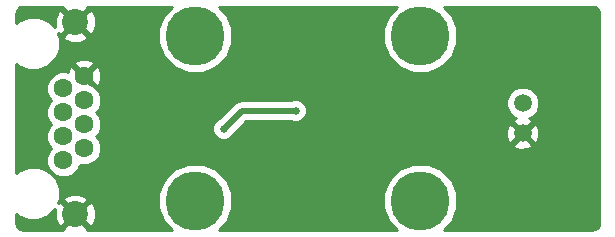
<source format=gbr>
G04 #@! TF.FileFunction,Copper,L2,Bot,Signal*
%FSLAX46Y46*%
G04 Gerber Fmt 4.6, Leading zero omitted, Abs format (unit mm)*
G04 Created by KiCad (PCBNEW 4.0.7) date 06/27/18 15:59:39*
%MOMM*%
%LPD*%
G01*
G04 APERTURE LIST*
%ADD10C,0.150000*%
%ADD11C,2.200000*%
%ADD12C,1.600000*%
%ADD13C,1.500000*%
%ADD14C,5.000000*%
%ADD15C,0.660400*%
%ADD16C,0.508000*%
%ADD17C,0.254000*%
G04 APERTURE END LIST*
D10*
D11*
X31112000Y-27430000D03*
X31112000Y-43690000D03*
D12*
X30092000Y-35060000D03*
X30092000Y-37090000D03*
X31872000Y-34030000D03*
X31872000Y-36060000D03*
X31872000Y-32000000D03*
X30092000Y-33030000D03*
X31872000Y-38090000D03*
X30092000Y-39120000D03*
D13*
X68993000Y-34290000D03*
X68993000Y-36830000D03*
D14*
X41275000Y-28575000D03*
X41275000Y-42545000D03*
X60325000Y-28575000D03*
X60325000Y-42545000D03*
D15*
X40386000Y-34036000D03*
X50292000Y-41021000D03*
X50800000Y-38481000D03*
X52070000Y-40767000D03*
X49784000Y-36957000D03*
X49784000Y-34925000D03*
X43688000Y-36449000D03*
D16*
X45212000Y-34925000D02*
X49784000Y-34925000D01*
X43688000Y-36449000D02*
X45212000Y-34925000D01*
D17*
G36*
X30066737Y-26205132D02*
X31112000Y-27250395D01*
X32157263Y-26205132D01*
X32119206Y-26110000D01*
X39306873Y-26110000D01*
X38618826Y-26796847D01*
X38140546Y-27948674D01*
X38139457Y-29195854D01*
X38615727Y-30348515D01*
X39496847Y-31231174D01*
X40648674Y-31709454D01*
X41895854Y-31710543D01*
X43048515Y-31234273D01*
X43931174Y-30353153D01*
X44409454Y-29201326D01*
X44410543Y-27954146D01*
X43934273Y-26801485D01*
X43243994Y-26110000D01*
X58356873Y-26110000D01*
X57668826Y-26796847D01*
X57190546Y-27948674D01*
X57189457Y-29195854D01*
X57665727Y-30348515D01*
X58546847Y-31231174D01*
X59698674Y-31709454D01*
X60945854Y-31710543D01*
X62098515Y-31234273D01*
X62981174Y-30353153D01*
X63459454Y-29201326D01*
X63460543Y-27954146D01*
X62984273Y-26801485D01*
X62293994Y-26110000D01*
X74860070Y-26110000D01*
X75138979Y-26165478D01*
X75316145Y-26283856D01*
X75434521Y-26461019D01*
X75490000Y-26739931D01*
X75490000Y-44380069D01*
X75434521Y-44658981D01*
X75316145Y-44836144D01*
X75138979Y-44954522D01*
X74860070Y-45010000D01*
X62293127Y-45010000D01*
X62981174Y-44323153D01*
X63459454Y-43171326D01*
X63460543Y-41924146D01*
X62984273Y-40771485D01*
X62103153Y-39888826D01*
X60951326Y-39410546D01*
X59704146Y-39409457D01*
X58551485Y-39885727D01*
X57668826Y-40766847D01*
X57190546Y-41918674D01*
X57189457Y-43165854D01*
X57665727Y-44318515D01*
X58356006Y-45010000D01*
X43243127Y-45010000D01*
X43931174Y-44323153D01*
X44409454Y-43171326D01*
X44410543Y-41924146D01*
X43934273Y-40771485D01*
X43053153Y-39888826D01*
X41901326Y-39410546D01*
X40654146Y-39409457D01*
X39501485Y-39885727D01*
X38618826Y-40766847D01*
X38140546Y-41918674D01*
X38139457Y-43165854D01*
X38615727Y-44318515D01*
X39306006Y-45010000D01*
X32119206Y-45010000D01*
X32157263Y-44914868D01*
X31112000Y-43869605D01*
X30066737Y-44914868D01*
X30104794Y-45010000D01*
X26739931Y-45010000D01*
X26461019Y-44954521D01*
X26283856Y-44836145D01*
X26165478Y-44658979D01*
X26110000Y-44380070D01*
X26110000Y-43664397D01*
X26270141Y-43824818D01*
X27100486Y-44169607D01*
X27999570Y-44170391D01*
X28830515Y-43827052D01*
X29432900Y-43225717D01*
X29366677Y-43401593D01*
X29389164Y-44091453D01*
X29609901Y-44624359D01*
X29887132Y-44735263D01*
X30932395Y-43690000D01*
X31291605Y-43690000D01*
X32336868Y-44735263D01*
X32614099Y-44624359D01*
X32857323Y-43978407D01*
X32834836Y-43288547D01*
X32614099Y-42755641D01*
X32336868Y-42644737D01*
X31291605Y-43690000D01*
X30932395Y-43690000D01*
X29887132Y-42644737D01*
X29655531Y-42737387D01*
X29768581Y-42465132D01*
X30066737Y-42465132D01*
X31112000Y-43510395D01*
X32157263Y-42465132D01*
X32046359Y-42187901D01*
X31400407Y-41944677D01*
X30710547Y-41967164D01*
X30177641Y-42187901D01*
X30066737Y-42465132D01*
X29768581Y-42465132D01*
X29811607Y-42361514D01*
X29812391Y-41462430D01*
X29469052Y-40631485D01*
X28833859Y-39995182D01*
X28003514Y-39650393D01*
X27104430Y-39649609D01*
X26273485Y-39992948D01*
X26110000Y-40156148D01*
X26110000Y-33314187D01*
X28656752Y-33314187D01*
X28874757Y-33841800D01*
X29077603Y-34045001D01*
X28876176Y-34246077D01*
X28657250Y-34773309D01*
X28656752Y-35344187D01*
X28874757Y-35871800D01*
X29077603Y-36075001D01*
X28876176Y-36276077D01*
X28657250Y-36803309D01*
X28656752Y-37374187D01*
X28874757Y-37901800D01*
X29077603Y-38105001D01*
X28876176Y-38306077D01*
X28657250Y-38833309D01*
X28656752Y-39404187D01*
X28874757Y-39931800D01*
X29278077Y-40335824D01*
X29805309Y-40554750D01*
X30376187Y-40555248D01*
X30903800Y-40337243D01*
X31307824Y-39933923D01*
X31493549Y-39486648D01*
X31585309Y-39524750D01*
X32156187Y-39525248D01*
X32683800Y-39307243D01*
X33087824Y-38903923D01*
X33306750Y-38376691D01*
X33307248Y-37805813D01*
X33305473Y-37801517D01*
X68201088Y-37801517D01*
X68269077Y-38042460D01*
X68788171Y-38227201D01*
X69338448Y-38199230D01*
X69716923Y-38042460D01*
X69784912Y-37801517D01*
X68993000Y-37009605D01*
X68201088Y-37801517D01*
X33305473Y-37801517D01*
X33089243Y-37278200D01*
X32886397Y-37074999D01*
X33087824Y-36873923D01*
X33184895Y-36640148D01*
X42722633Y-36640148D01*
X42869266Y-36995027D01*
X43140544Y-37266779D01*
X43495168Y-37414032D01*
X43879148Y-37414367D01*
X44234027Y-37267734D01*
X44505779Y-36996456D01*
X44582468Y-36811768D01*
X44769065Y-36625171D01*
X67595799Y-36625171D01*
X67623770Y-37175448D01*
X67780540Y-37553923D01*
X68021483Y-37621912D01*
X68813395Y-36830000D01*
X69172605Y-36830000D01*
X69964517Y-37621912D01*
X70205460Y-37553923D01*
X70390201Y-37034829D01*
X70362230Y-36484552D01*
X70205460Y-36106077D01*
X69964517Y-36038088D01*
X69172605Y-36830000D01*
X68813395Y-36830000D01*
X68021483Y-36038088D01*
X67780540Y-36106077D01*
X67595799Y-36625171D01*
X44769065Y-36625171D01*
X45580236Y-35814000D01*
X49408063Y-35814000D01*
X49591168Y-35890032D01*
X49975148Y-35890367D01*
X50330027Y-35743734D01*
X50601779Y-35472456D01*
X50749032Y-35117832D01*
X50749367Y-34733852D01*
X50679304Y-34564285D01*
X67607760Y-34564285D01*
X67818169Y-35073515D01*
X68207436Y-35463461D01*
X68423979Y-35553377D01*
X68269077Y-35617540D01*
X68201088Y-35858483D01*
X68993000Y-36650395D01*
X69784912Y-35858483D01*
X69716923Y-35617540D01*
X69550379Y-35558268D01*
X69776515Y-35464831D01*
X70166461Y-35075564D01*
X70377759Y-34566702D01*
X70378240Y-34015715D01*
X70167831Y-33506485D01*
X69778564Y-33116539D01*
X69269702Y-32905241D01*
X68718715Y-32904760D01*
X68209485Y-33115169D01*
X67819539Y-33504436D01*
X67608241Y-34013298D01*
X67607760Y-34564285D01*
X50679304Y-34564285D01*
X50602734Y-34378973D01*
X50331456Y-34107221D01*
X49976832Y-33959968D01*
X49592852Y-33959633D01*
X49408030Y-34036000D01*
X45212000Y-34036000D01*
X44871794Y-34103671D01*
X44583382Y-34296382D01*
X43325210Y-35554554D01*
X43141973Y-35630266D01*
X42870221Y-35901544D01*
X42722968Y-36256168D01*
X42722633Y-36640148D01*
X33184895Y-36640148D01*
X33306750Y-36346691D01*
X33307248Y-35775813D01*
X33089243Y-35248200D01*
X32886397Y-35044999D01*
X33087824Y-34843923D01*
X33306750Y-34316691D01*
X33307248Y-33745813D01*
X33089243Y-33218200D01*
X32685923Y-32814176D01*
X32379213Y-32686819D01*
X31872000Y-32179605D01*
X31857858Y-32193748D01*
X31678253Y-32014143D01*
X31692395Y-32000000D01*
X32051605Y-32000000D01*
X32879745Y-32828139D01*
X33125864Y-32754005D01*
X33318965Y-32216777D01*
X33291778Y-31646546D01*
X33125864Y-31245995D01*
X32879745Y-31171861D01*
X32051605Y-32000000D01*
X31692395Y-32000000D01*
X30864255Y-31171861D01*
X30618136Y-31245995D01*
X30477807Y-31636406D01*
X30378691Y-31595250D01*
X29807813Y-31594752D01*
X29280200Y-31812757D01*
X28876176Y-32216077D01*
X28657250Y-32743309D01*
X28656752Y-33314187D01*
X26110000Y-33314187D01*
X26110000Y-30964397D01*
X26270141Y-31124818D01*
X27100486Y-31469607D01*
X27999570Y-31470391D01*
X28830515Y-31127052D01*
X28965547Y-30992255D01*
X31043861Y-30992255D01*
X31872000Y-31820395D01*
X32700139Y-30992255D01*
X32626005Y-30746136D01*
X32088777Y-30553035D01*
X31518546Y-30580222D01*
X31117995Y-30746136D01*
X31043861Y-30992255D01*
X28965547Y-30992255D01*
X29466818Y-30491859D01*
X29811607Y-29661514D01*
X29812391Y-28762430D01*
X29767948Y-28654868D01*
X30066737Y-28654868D01*
X30177641Y-28932099D01*
X30823593Y-29175323D01*
X31513453Y-29152836D01*
X32046359Y-28932099D01*
X32157263Y-28654868D01*
X31112000Y-27609605D01*
X30066737Y-28654868D01*
X29767948Y-28654868D01*
X29655439Y-28382576D01*
X29887132Y-28475263D01*
X30932395Y-27430000D01*
X31291605Y-27430000D01*
X32336868Y-28475263D01*
X32614099Y-28364359D01*
X32857323Y-27718407D01*
X32834836Y-27028547D01*
X32614099Y-26495641D01*
X32336868Y-26384737D01*
X31291605Y-27430000D01*
X30932395Y-27430000D01*
X29887132Y-26384737D01*
X29609901Y-26495641D01*
X29366677Y-27141593D01*
X29389164Y-27831453D01*
X29403327Y-27865645D01*
X28833859Y-27295182D01*
X28003514Y-26950393D01*
X27104430Y-26949609D01*
X26273485Y-27292948D01*
X26110000Y-27456148D01*
X26110000Y-26739930D01*
X26165478Y-26461021D01*
X26283856Y-26283855D01*
X26461019Y-26165479D01*
X26739931Y-26110000D01*
X30104794Y-26110000D01*
X30066737Y-26205132D01*
X30066737Y-26205132D01*
G37*
X30066737Y-26205132D02*
X31112000Y-27250395D01*
X32157263Y-26205132D01*
X32119206Y-26110000D01*
X39306873Y-26110000D01*
X38618826Y-26796847D01*
X38140546Y-27948674D01*
X38139457Y-29195854D01*
X38615727Y-30348515D01*
X39496847Y-31231174D01*
X40648674Y-31709454D01*
X41895854Y-31710543D01*
X43048515Y-31234273D01*
X43931174Y-30353153D01*
X44409454Y-29201326D01*
X44410543Y-27954146D01*
X43934273Y-26801485D01*
X43243994Y-26110000D01*
X58356873Y-26110000D01*
X57668826Y-26796847D01*
X57190546Y-27948674D01*
X57189457Y-29195854D01*
X57665727Y-30348515D01*
X58546847Y-31231174D01*
X59698674Y-31709454D01*
X60945854Y-31710543D01*
X62098515Y-31234273D01*
X62981174Y-30353153D01*
X63459454Y-29201326D01*
X63460543Y-27954146D01*
X62984273Y-26801485D01*
X62293994Y-26110000D01*
X74860070Y-26110000D01*
X75138979Y-26165478D01*
X75316145Y-26283856D01*
X75434521Y-26461019D01*
X75490000Y-26739931D01*
X75490000Y-44380069D01*
X75434521Y-44658981D01*
X75316145Y-44836144D01*
X75138979Y-44954522D01*
X74860070Y-45010000D01*
X62293127Y-45010000D01*
X62981174Y-44323153D01*
X63459454Y-43171326D01*
X63460543Y-41924146D01*
X62984273Y-40771485D01*
X62103153Y-39888826D01*
X60951326Y-39410546D01*
X59704146Y-39409457D01*
X58551485Y-39885727D01*
X57668826Y-40766847D01*
X57190546Y-41918674D01*
X57189457Y-43165854D01*
X57665727Y-44318515D01*
X58356006Y-45010000D01*
X43243127Y-45010000D01*
X43931174Y-44323153D01*
X44409454Y-43171326D01*
X44410543Y-41924146D01*
X43934273Y-40771485D01*
X43053153Y-39888826D01*
X41901326Y-39410546D01*
X40654146Y-39409457D01*
X39501485Y-39885727D01*
X38618826Y-40766847D01*
X38140546Y-41918674D01*
X38139457Y-43165854D01*
X38615727Y-44318515D01*
X39306006Y-45010000D01*
X32119206Y-45010000D01*
X32157263Y-44914868D01*
X31112000Y-43869605D01*
X30066737Y-44914868D01*
X30104794Y-45010000D01*
X26739931Y-45010000D01*
X26461019Y-44954521D01*
X26283856Y-44836145D01*
X26165478Y-44658979D01*
X26110000Y-44380070D01*
X26110000Y-43664397D01*
X26270141Y-43824818D01*
X27100486Y-44169607D01*
X27999570Y-44170391D01*
X28830515Y-43827052D01*
X29432900Y-43225717D01*
X29366677Y-43401593D01*
X29389164Y-44091453D01*
X29609901Y-44624359D01*
X29887132Y-44735263D01*
X30932395Y-43690000D01*
X31291605Y-43690000D01*
X32336868Y-44735263D01*
X32614099Y-44624359D01*
X32857323Y-43978407D01*
X32834836Y-43288547D01*
X32614099Y-42755641D01*
X32336868Y-42644737D01*
X31291605Y-43690000D01*
X30932395Y-43690000D01*
X29887132Y-42644737D01*
X29655531Y-42737387D01*
X29768581Y-42465132D01*
X30066737Y-42465132D01*
X31112000Y-43510395D01*
X32157263Y-42465132D01*
X32046359Y-42187901D01*
X31400407Y-41944677D01*
X30710547Y-41967164D01*
X30177641Y-42187901D01*
X30066737Y-42465132D01*
X29768581Y-42465132D01*
X29811607Y-42361514D01*
X29812391Y-41462430D01*
X29469052Y-40631485D01*
X28833859Y-39995182D01*
X28003514Y-39650393D01*
X27104430Y-39649609D01*
X26273485Y-39992948D01*
X26110000Y-40156148D01*
X26110000Y-33314187D01*
X28656752Y-33314187D01*
X28874757Y-33841800D01*
X29077603Y-34045001D01*
X28876176Y-34246077D01*
X28657250Y-34773309D01*
X28656752Y-35344187D01*
X28874757Y-35871800D01*
X29077603Y-36075001D01*
X28876176Y-36276077D01*
X28657250Y-36803309D01*
X28656752Y-37374187D01*
X28874757Y-37901800D01*
X29077603Y-38105001D01*
X28876176Y-38306077D01*
X28657250Y-38833309D01*
X28656752Y-39404187D01*
X28874757Y-39931800D01*
X29278077Y-40335824D01*
X29805309Y-40554750D01*
X30376187Y-40555248D01*
X30903800Y-40337243D01*
X31307824Y-39933923D01*
X31493549Y-39486648D01*
X31585309Y-39524750D01*
X32156187Y-39525248D01*
X32683800Y-39307243D01*
X33087824Y-38903923D01*
X33306750Y-38376691D01*
X33307248Y-37805813D01*
X33305473Y-37801517D01*
X68201088Y-37801517D01*
X68269077Y-38042460D01*
X68788171Y-38227201D01*
X69338448Y-38199230D01*
X69716923Y-38042460D01*
X69784912Y-37801517D01*
X68993000Y-37009605D01*
X68201088Y-37801517D01*
X33305473Y-37801517D01*
X33089243Y-37278200D01*
X32886397Y-37074999D01*
X33087824Y-36873923D01*
X33184895Y-36640148D01*
X42722633Y-36640148D01*
X42869266Y-36995027D01*
X43140544Y-37266779D01*
X43495168Y-37414032D01*
X43879148Y-37414367D01*
X44234027Y-37267734D01*
X44505779Y-36996456D01*
X44582468Y-36811768D01*
X44769065Y-36625171D01*
X67595799Y-36625171D01*
X67623770Y-37175448D01*
X67780540Y-37553923D01*
X68021483Y-37621912D01*
X68813395Y-36830000D01*
X69172605Y-36830000D01*
X69964517Y-37621912D01*
X70205460Y-37553923D01*
X70390201Y-37034829D01*
X70362230Y-36484552D01*
X70205460Y-36106077D01*
X69964517Y-36038088D01*
X69172605Y-36830000D01*
X68813395Y-36830000D01*
X68021483Y-36038088D01*
X67780540Y-36106077D01*
X67595799Y-36625171D01*
X44769065Y-36625171D01*
X45580236Y-35814000D01*
X49408063Y-35814000D01*
X49591168Y-35890032D01*
X49975148Y-35890367D01*
X50330027Y-35743734D01*
X50601779Y-35472456D01*
X50749032Y-35117832D01*
X50749367Y-34733852D01*
X50679304Y-34564285D01*
X67607760Y-34564285D01*
X67818169Y-35073515D01*
X68207436Y-35463461D01*
X68423979Y-35553377D01*
X68269077Y-35617540D01*
X68201088Y-35858483D01*
X68993000Y-36650395D01*
X69784912Y-35858483D01*
X69716923Y-35617540D01*
X69550379Y-35558268D01*
X69776515Y-35464831D01*
X70166461Y-35075564D01*
X70377759Y-34566702D01*
X70378240Y-34015715D01*
X70167831Y-33506485D01*
X69778564Y-33116539D01*
X69269702Y-32905241D01*
X68718715Y-32904760D01*
X68209485Y-33115169D01*
X67819539Y-33504436D01*
X67608241Y-34013298D01*
X67607760Y-34564285D01*
X50679304Y-34564285D01*
X50602734Y-34378973D01*
X50331456Y-34107221D01*
X49976832Y-33959968D01*
X49592852Y-33959633D01*
X49408030Y-34036000D01*
X45212000Y-34036000D01*
X44871794Y-34103671D01*
X44583382Y-34296382D01*
X43325210Y-35554554D01*
X43141973Y-35630266D01*
X42870221Y-35901544D01*
X42722968Y-36256168D01*
X42722633Y-36640148D01*
X33184895Y-36640148D01*
X33306750Y-36346691D01*
X33307248Y-35775813D01*
X33089243Y-35248200D01*
X32886397Y-35044999D01*
X33087824Y-34843923D01*
X33306750Y-34316691D01*
X33307248Y-33745813D01*
X33089243Y-33218200D01*
X32685923Y-32814176D01*
X32379213Y-32686819D01*
X31872000Y-32179605D01*
X31857858Y-32193748D01*
X31678253Y-32014143D01*
X31692395Y-32000000D01*
X32051605Y-32000000D01*
X32879745Y-32828139D01*
X33125864Y-32754005D01*
X33318965Y-32216777D01*
X33291778Y-31646546D01*
X33125864Y-31245995D01*
X32879745Y-31171861D01*
X32051605Y-32000000D01*
X31692395Y-32000000D01*
X30864255Y-31171861D01*
X30618136Y-31245995D01*
X30477807Y-31636406D01*
X30378691Y-31595250D01*
X29807813Y-31594752D01*
X29280200Y-31812757D01*
X28876176Y-32216077D01*
X28657250Y-32743309D01*
X28656752Y-33314187D01*
X26110000Y-33314187D01*
X26110000Y-30964397D01*
X26270141Y-31124818D01*
X27100486Y-31469607D01*
X27999570Y-31470391D01*
X28830515Y-31127052D01*
X28965547Y-30992255D01*
X31043861Y-30992255D01*
X31872000Y-31820395D01*
X32700139Y-30992255D01*
X32626005Y-30746136D01*
X32088777Y-30553035D01*
X31518546Y-30580222D01*
X31117995Y-30746136D01*
X31043861Y-30992255D01*
X28965547Y-30992255D01*
X29466818Y-30491859D01*
X29811607Y-29661514D01*
X29812391Y-28762430D01*
X29767948Y-28654868D01*
X30066737Y-28654868D01*
X30177641Y-28932099D01*
X30823593Y-29175323D01*
X31513453Y-29152836D01*
X32046359Y-28932099D01*
X32157263Y-28654868D01*
X31112000Y-27609605D01*
X30066737Y-28654868D01*
X29767948Y-28654868D01*
X29655439Y-28382576D01*
X29887132Y-28475263D01*
X30932395Y-27430000D01*
X31291605Y-27430000D01*
X32336868Y-28475263D01*
X32614099Y-28364359D01*
X32857323Y-27718407D01*
X32834836Y-27028547D01*
X32614099Y-26495641D01*
X32336868Y-26384737D01*
X31291605Y-27430000D01*
X30932395Y-27430000D01*
X29887132Y-26384737D01*
X29609901Y-26495641D01*
X29366677Y-27141593D01*
X29389164Y-27831453D01*
X29403327Y-27865645D01*
X28833859Y-27295182D01*
X28003514Y-26950393D01*
X27104430Y-26949609D01*
X26273485Y-27292948D01*
X26110000Y-27456148D01*
X26110000Y-26739930D01*
X26165478Y-26461021D01*
X26283856Y-26283855D01*
X26461019Y-26165479D01*
X26739931Y-26110000D01*
X30104794Y-26110000D01*
X30066737Y-26205132D01*
M02*

</source>
